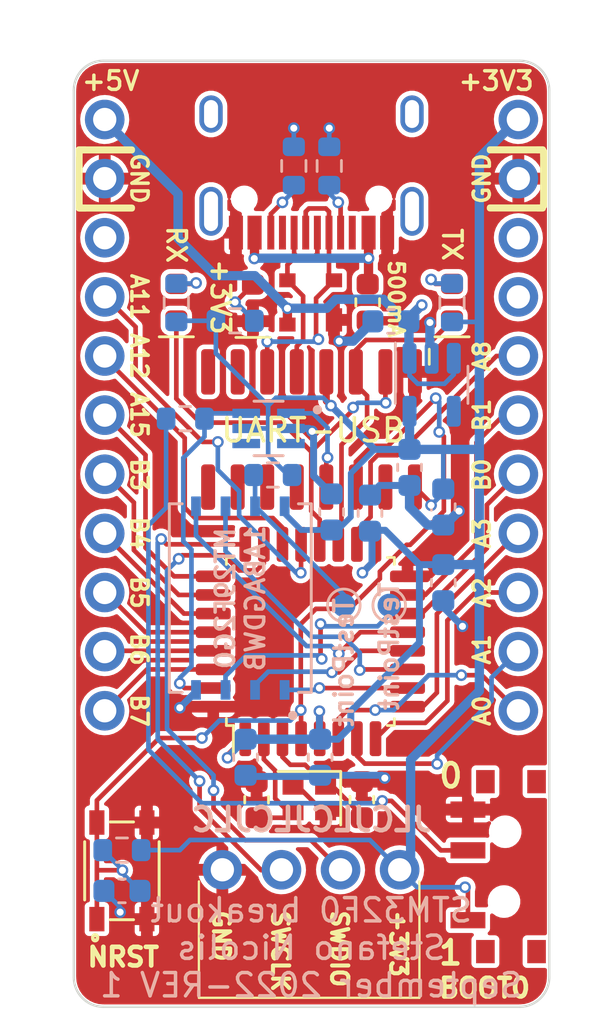
<source format=kicad_pcb>
(kicad_pcb (version 20211014) (generator pcbnew)
  (title_block (title "STM32F0 dev board") (rev "1"))
  (layers (0 "F.Cu" signal) (31 "B.Cu" signal) (34 "B.Paste" user) (35 "F.Paste" user) (36 "B.SilkS" user "B.Silkscreen") (37 "F.SilkS" user "F.Silkscreen") (38 "B.Mask" user) (39 "F.Mask" user) (44 "Edge.Cuts" user))
  (net 0 "")
  (net 1 "/D-")
  (net 2 "/PF0")
  (net 3 "/PF1")
  (net 4 "/D+")
  (net 5 "Net-(D1-Pad2)")
  (net 6 "/VBUS")
  (net 7 "Net-(J1-PadA5)")
  (net 9 "Net-(J1-PadB5)")
  (net 13 "GND")
  (net 14 "+5V")
  (net 15 "/PA13{slash}SWDIO")
  (net 16 "+3V3")
  (net 27 "/BOOT0")
  (net 28 "Net-(R4-Pad1)")
  (net 29 "/HOLD")
  (net 30 "/NRST")
  (net 31 "/PA0")
  (net 32 "/PA1")
  (net 33 "/PA2")
  (net 34 "/PA3")
  (net 35 "/SCK")
  (net 36 "/MISO")
  (net 37 "/MOSI")
  (net 38 "/PB0")
  (net 39 "/PB1")
  (net 40 "/PA8")
  (net 41 "/TX")
  (net 42 "/RX")
  (net 43 "/PA11")
  (net 44 "/PA12")
  (net 45 "/PA15")
  (net 46 "/PB3")
  (net 47 "/PB4")
  (net 48 "/PB5")
  (net 49 "/PB6")
  (net 50 "/PB7")
  (net 51 "Net-(U3-Pad1)")
  (net 52 "/NAND_CS")
  (net 53 "/WP")
  (net 56 "/PA14{slash}SWDCLK")
  (net 57 "Net-(D3-Pad2)")
  (net 58 "Net-(D4-Pad2)")
  (footprint "Crystal:Crystal_SMD_2016-4Pin_2.0x1.6mm" (layer "F.Cu") (at 154.3735 121.217334 180)
    (fp_text reference "Y1" hide)
    (fp_text value "16MHz")
  )
  (footprint "Package_QFP:LQFP-32_7x7mm_P0.8mm" (layer "F.Cu") (at 154.419 114.488 90)
    (fp_text reference "U1" hide)
    (fp_text value "STM32F030K6Tx")
  )
  (footprint "Connector_PinHeader_2.54mm:PinHeader_1x04_P2.54mm_Vertical" (layer "F.Cu") (at 158.256 124.2945 -90)
    (fp_text reference "J3" hide)
    (fp_text value "SWD_header")
  )
  (footprint "LED_SMD:LED_0603_1608Metric" (layer "F.Cu") (at 151.952 99.9395 90)
    (fp_text reference "D1" hide)
    (fp_text value "GREEN")
  )
  (footprint "Connector_USB:USB_C_Receptacle_HRO_TYPE-C-31-M-12" (layer "F.Cu") (at 154.469 92.877 180)
    (fp_text reference "J1" hide)
    (fp_text value "USB_C_Receptacle_USB2.0")
  )
  (footprint "Package_TO_SOT_SMD:SOT-143" (layer "F.Cu") (at 154.432 99.922 180)
    (fp_text reference "D2" hide)
    (fp_text value "PRTR5V0U2X")
  )
  (footprint "SSSS811101 :SSSS811101" (layer "F.Cu") (at 162.842 124.0595 90)
    (fp_text reference "SW2" hide)
    (fp_text value "SW_SPDT")
  )
  (footprint "Capacitor_SMD:C_0603_1608Metric" (layer "F.Cu") (at 152.107 121.2845 90)
    (fp_text reference "C2" hide)
    (fp_text value "22p")
  )
  (footprint "LED_SMD:LED_0603_1608Metric" (layer "F.Cu") (at 160.507 99.913191 90)
    (fp_text reference "D3" hide)
    (fp_text value "RED")
  )
  (footprint "Package_SO:SOIC-16_3.9x9.9mm_P1.27mm" (layer "F.Cu") (at 154.469 105.3796 -90)
    (fp_text reference "U4" hide)
    (fp_text value "CH340C")
  )
  (footprint "Connector_PinHeader_2.54mm:PinHeader_1x11_P2.54mm_Vertical" (layer "F.Cu") (at 145.579 92.063)
    (fp_text reference "J2" hide)
    (fp_text value "left_bank")
  )
  (footprint "Capacitor_SMD:C_0603_1608Metric" (layer "F.Cu") (at 156.632 121.2845 90)
    (fp_text reference "C3" hide)
    (fp_text value "22p")
  )
  (footprint "LED_SMD:LED_0603_1608Metric" (layer "F.Cu") (at 148.657 99.913191 90)
    (fp_text reference "D4" hide)
    (fp_text value "RED")
  )
  (footprint "Connector_PinHeader_2.54mm:PinHeader_1x11_P2.54mm_Vertical" (layer "F.Cu") (at 163.359 92.063)
    (fp_text reference "J4" hide)
    (fp_text value "right_bank")
  )
  (footprint "SKRPACE010:SW_SKRPACE010" (layer "F.Cu") (at 146.317 124.3395 90)
    (fp_text reference "SW1" hide)
    (fp_text value "SW_Push_Open_Dual")
  )
  (footprint "Fuse:Fuse_0603_1608Metric" (layer "F.Cu") (at 156.882 99.922 -90)
    (fp_text reference "F1" hide)
    (fp_text value "500mA")
  )
  (footprint "Capacitor_SMD:C_0603_1608Metric" (layer "B.Cu") (at 160.132 108.7095 -90)
    (fp_text reference "C1" hide)
    (fp_text value "100n")
  )
  (footprint "Resistor_SMD:R_0603_1608Metric" (layer "B.Cu") (at 160.507 99.933191 90)
    (fp_text reference "R7" hide)
    (fp_text value "3k3")
  )
  (footprint "Capacitor_SMD:C_0603_1608Metric" (layer "B.Cu") (at 158.682 107.0095 -90)
    (fp_text reference "C5" hide)
    (fp_text value "1u")
  )
  (footprint "Resistor_SMD:R_0603_1608Metric" (layer "B.Cu") (at 148.657 99.933191 90)
    (fp_text reference "R8" hide)
    (fp_text value "3k3")
  )
  (footprint "Capacitor_SMD:C_0603_1608Metric" (layer "B.Cu") (at 160.132 111.9595 -90)
    (fp_text reference "C7" hide)
    (fp_text value "10u")
  )
  (footprint "MT29F2G01ABAGDWB:SON127P600X800X65-8N" (layer "B.Cu") (at 151.407 112.6215 90)
    (fp_text reference "U5" hide)
    (fp_text value "MT29F2G01ABAGDWB")
  )
  (footprint "Resistor_SMD:R_0603_1608Metric" (layer "B.Cu") (at 149.042 104.9145)
    (fp_text reference "R4" hide)
    (fp_text value "10k")
  )
  (footprint "Capacitor_SMD:C_0603_1608Metric" (layer "B.Cu") (at 154.8384 119.4595 -90)
    (fp_text reference "C9" hide)
    (fp_text value "100n")
  )
  (footprint "Resistor_SMD:R_0603_1608Metric" (layer "B.Cu") (at 155.231 94.059 90)
    (fp_text reference "R2" hide)
    (fp_text value "5k1")
  )
  (footprint "Capacitor_SMD:C_0603_1608Metric" (layer "B.Cu") (at 156.982 108.972 90)
    (fp_text reference "C10" hide)
    (fp_text value "100n")
  )
  (footprint "Package_TO_SOT_SMD:SOT-23-5" (layer "B.Cu") (at 159.632 103.4595 -90)
    (fp_text reference "U2" hide)
    (fp_text value "AP2112K-3.3")
  )
  (footprint "Resistor_SMD:R_0603_1608Metric" (layer "B.Cu") (at 153.707 94.059 -90)
    (fp_text reference "R3" hide)
    (fp_text value "5k1")
  )
  (footprint "TestPoint:TestPoint_Pad_D1.0mm" (layer "B.Cu") (at 155.857 112.9345)
    (fp_text reference "TP1" hide)
    (fp_text value "TestPoint")
  )
  (footprint "Capacitor_SMD:C_0603_1608Metric" (layer "B.Cu") (at 155.332 108.922 90)
    (fp_text reference "C6" hide)
    (fp_text value "100n")
  )
  (footprint "Capacitor_SMD:C_0603_1608Metric" (layer "B.Cu") (at 151.632 119.4595 -90)
    (fp_text reference "C8" hide)
    (fp_text value "100n")
  )
  (footprint "TestPoint:TestPoint_Pad_D1.0mm" (layer "B.Cu") (at 157.807 112.9345 180)
    (fp_text reference "TP2" hide)
    (fp_text value "TestPoint")
  )
  (footprint "Resistor_SMD:R_0603_1608Metric" (layer "B.Cu") (at 152.807 107.3345 180)
    (fp_text reference "R5" hide)
    (fp_text value "1k")
  )
  (footprint "Resistor_SMD:R_0603_1608Metric" (layer "B.Cu") (at 151.182 100.7095)
    (fp_text reference "R1" hide)
    (fp_text value "3k3")
  )
  (footprint "Capacitor_SMD:C_0603_1608Metric" (layer "B.Cu") (at 157.882 100.7345 180)
    (fp_text reference "C4" hide)
    (fp_text value "1u")
  )
  (footprint "SN74LVC2G04DCKR:SOT65P210X110-6N" (layer "B.Cu") (at 152.622 105.3345 180)
    (fp_text reference "U3" hide)
    (fp_text value "SN74LVC2G04DCKR")
  )
  (footprint "Resistor_SMD:R_0603_1608Metric" (layer "B.Cu") (at 146.32 123.450164 180)
    (fp_text reference "R6" hide)
    (fp_text value "22k")
  )
  (footprint "Capacitor_SMD:C_0603_1608Metric" (layer "B.Cu") (at 146.32 125.200164 180)
    (fp_text reference "C11" hide)
    (fp_text value "1u")
  )
  (gr_line (start 149.627 129.793833) (end 159.106 129.793833) (layer "F.SilkS") (width 0.1))
  (gr_line (start 159.106 124.7945) (end 159.106 129.793833) (layer "F.SilkS") (width 0.1))
  (gr_line (start 149.627 124.7945) (end 149.627 129.793833) (layer "F.SilkS") (width 0.1))
  (gr_line (start 144.251 90.8095) (end 144.251 128.9095) (layer "Edge.Cuts") (width 0.1))
  (gr_arc (start 144.251 90.8095) (mid 144.622986 89.911486) (end 145.521 89.5395) (layer "Edge.Cuts") (width 0.1))
  (gr_line (start 164.687 128.9095) (end 164.687 90.8095) (layer "Edge.Cuts") (width 0.1))
  (gr_arc (start 164.687 128.9095) (mid 164.315026 129.807526) (end 163.417 130.1795) (layer "Edge.Cuts") (width 0.1))
  (gr_line (start 163.417 89.5395) (end 145.521 89.5395) (layer "Edge.Cuts") (width 0.1))
  (gr_line (start 163.417 130.1795) (end 145.521 130.1795) (layer "Edge.Cuts") (width 0.1))
  (gr_arc (start 145.521 130.1795) (mid 144.622974 129.807526) (end 144.251 128.9095) (layer "Edge.Cuts") (width 0.1))
  (gr_arc (start 163.417 89.5395) (mid 164.315026 89.911474) (end 164.687 90.8095) (layer "Edge.Cuts") (width 0.1))
  (gr_text "STM32F0 breakout\nStefano Nicolis\nSeptember 2022-REV 1" (at 154.456 127.6445) (layer "B.SilkS") (effects (font (size 1 1)) (justify mirror)))
  (gr_text "MT29F2G0\n1ABAGDWB" (at 151.407 112.6345 90) (layer "B.SilkS") (effects (font (size 0.8 0.8)) (justify mirror)))
  (gr_text "JLCJLCJLCJLC" (at 154.456 122.1395) (layer "B.SilkS") (effects (font (size 1 1) (thickness 0.2)) (justify mirror)))
  (gr_text "B3" (at 147.063 107.323 270) (layer "F.SilkS") (effects (font (size 0.7 0.7))))
  (gr_text "+3V3" (at 150.557 99.6845 270) (layer "F.SilkS") (effects (font (size 0.8 0.8))))
  (gr_text "BOOT0" (at 161.907 129.3745) (layer "F.SilkS") (effects (font (size 0.8 0.8) (thickness 0.2))))
  (gr_text "A12" (at 147.063 102.223 270) (layer "F.SilkS") (effects (font (size 0.7 0.7))))
  (gr_text "0" (at 160.457 120.2595) (layer "F.SilkS") (effects (font (size 1 1) (thickness 0.2)) (justify mirror)))
  (gr_text "500mA" (at 158.107 99.7704 270) (layer "F.SilkS") (effects (font (size 0.65 0.65))))
  (gr_text "GND" (at 147.063 94.598 270) (layer "F.SilkS") (effects (font (size 0.7 0.7))))
  (gr_text "B1" (at 161.795 104.763 90) (layer "F.SilkS") (effects (font (size 0.7 0.7))))
  (gr_text "+3V3" (at 158.206 127.472834 270) (layer "F.SilkS") (effects (font (size 0.7 0.7) (thickness 0.175))))
  (gr_text "B4" (at 147.063 109.833 270) (layer "F.SilkS") (effects (font (size 0.7 0.7))))
  (gr_text "B6" (at 147.063 114.823 270) (layer "F.SilkS") (effects (font (size 0.7 0.7))))
  (gr_text "A8" (at 161.795 102.228 90) (layer "F.SilkS") (effects (font (size 0.7 0.7))))
  (gr_text "A15" (at 147.063 104.758 270) (layer "F.SilkS") (effects (font (size 0.7 0.7))))
  (gr_text "A2" (at 161.795 112.383 90) (layer "F.SilkS") (effects (font (size 0.7 0.7))))
  (gr_text "TX" (at 160.507 97.4345 270) (layer "F.SilkS") (effects (font (size 0.8 0.8))))
  (gr_text "A0" (at 161.795 117.463 90) (layer "F.SilkS") (effects (font (size 0.7 0.7))))
  (gr_text "A11" (at 147.063 99.678 270) (layer "F.SilkS") (effects (font (size 0.7 0.7))))
  (gr_text "+3V3" (at 162.407 90.407) (layer "F.SilkS") (effects (font (size 0.8 0.8))))
  (gr_text "+5V" (at 145.837 90.4045) (layer "F.SilkS") (effects (font (size 0.8 0.8))))
  (gr_text "RX" (at 148.657 97.4345 270) (layer "F.SilkS") (effects (font (size 0.8 0.8))))
  (gr_text "A3" (at 161.795 109.838 90) (layer "F.SilkS") (effects (font (size 0.7 0.7))))
  (gr_text "SWCLK" (at 153.126 127.7895 270) (layer "F.SilkS") (effects (font (size 0.7 0.7) (thickness 0.175))))
  (gr_text "UART-USB" (at 154.547 105.4145) (layer "F.SilkS") (effects (font (size 1 1))))
  (gr_text "SWDIO" (at 155.666 127.6895 270) (layer "F.SilkS") (effects (font (size 0.7 0.7) (thickness 0.175))))
  (gr_text "A1" (at 161.795 114.828 90) (layer "F.SilkS") (effects (font (size 0.7 0.7))))
  (gr_text "B0" (at 161.795 107.328 90) (layer "F.SilkS") (effects (font (size 0.7 0.7))))
  (gr_text "B5" (at 147.063 112.378 270) (layer "F.SilkS") (effects (font (size 0.7 0.7))))
  (gr_text "GND" (at 150.586 127.1395 270) (layer "F.SilkS") (effects (font (size 0.7 0.7) (thickness 0.175))))
  (gr_text "GND" (at 161.795 94.603 90) (layer "F.SilkS") (effects (font (size 0.7 0.7))))
  (gr_text "1" (at 160.447 127.8645) (layer "F.SilkS") (effects (font (size 1 1) (thickness 0.2))))
  (gr_text "NRST" (at 146.377 128.0445) (layer "F.SilkS") (effects (font (size 0.8 0.8) (thickness 0.2))))
  (gr_text "B7" (at 147.063 117.458 270) (layer "F.SilkS") (effects (font (size 0.7 0.7))))
  (segment (start 154.664 99.74) (end 155.432 98.972) (width 0.2) (layer "F.Cu") (net 1))
  (segment (start 154.219 96.022) (end 154.219 96.922) (width 0.2) (layer "F.Cu") (net 1))
  (segment (start 154.3565 95.8845) (end 154.219 96.022) (width 0.2) (layer "F.Cu") (net 1))
  (segment (start 155.0815 95.8845) (end 154.3565 95.8845) (width 0.2) (layer "F.Cu") (net 1))
  (segment (start 155.219 96.022) (end 155.0815 95.8845) (width 0.2) (layer "F.Cu") (net 1))
  (segment (start 155.219 98.759) (end 155.432 98.972) (width 0.2) (layer "F.Cu") (net 1))
  (segment (start 154.764 101.5046) (end 154.664 101.4046) (width 0.2) (layer "F.Cu") (net 1))
  (segment (start 154.664 101.4046) (end 154.664 99.74) (width 0.2) (layer "F.Cu") (net 1))
  (segment (start 155.219 96.922) (end 155.219 98.759) (width 0.2) (layer "F.Cu") (net 1))
  (segment (start 155.219 96.922) (end 155.219 96.022) (width 0.2) (layer "F.Cu") (net 1))
  (segment (start 152.564 102.9046) (end 152.564 101.6046) (width 0.2) (layer "F.Cu") (net 1))
  (via (at 152.564 101.6046) (size 0.5) (drill 0.3) (layers "F.Cu" "B.Cu") (net 1))
  (via (at 154.764 101.5046) (size 0.5) (drill 0.3) (layers "F.Cu" "B.Cu") (net 1))
  (segment (start 154.664 101.6046) (end 154.764 101.5046) (width 0.2) (layer "B.Cu") (net 1))
  (segment (start 152.564 101.6046) (end 154.664 101.6046) (width 0.2) (layer "B.Cu") (net 1))
  (segment (start 152.907 120.0345) (end 152.907 121.2345) (width 0.2) (layer "F.Cu") (net 2))
  (segment (start 153.439834 121.767334) (end 153.6735 121.767334) (width 0.2) (layer "F.Cu") (net 2))
  (segment (start 152.419 118.663) (end 152.419 119.5465) (width 0.2) (layer "F.Cu") (net 2))
  (segment (start 152.107 122.0595) (end 153.381334 122.0595) (width 0.2) (layer "F.Cu") (net 2))
  (segment (start 152.419 119.5465) (end 152.907 120.0345) (width 0.2) (layer "F.Cu") (net 2))
  (segment (start 152.907 121.2345) (end 153.439834 121.767334) (width 0.2) (layer "F.Cu") (net 2))
  (segment (start 153.381334 122.0595) (end 153.6735 121.767334) (width 0.2) (layer "F.Cu") (net 2))
  (segment (start 153.557 119.7845) (end 154.190666 119.7845) (width 0.2) (layer "F.Cu") (net 3))
  (segment (start 153.219 118.663) (end 153.219 119.4465) (width 0.2) (layer "F.Cu") (net 3))
  (segment (start 154.190666 119.7845) (end 155.0735 120.667334) (width 0.2) (layer "F.Cu") (net 3))
  (segment (start 153.219 119.4465) (end 153.557 119.7845) (width 0.2) (layer "F.Cu") (net 3))
  (segment (start 156.632 121.9595) (end 155.339834 120.667334) (width 0.2) (layer "F.Cu") (net 3))
  (segment (start 155.339834 120.667334) (end 155.0735 120.667334) (width 0.2) (layer "F.Cu") (net 3))
  (segment (start 156.632 122.0595) (end 156.632 121.9595) (width 0.2) (layer "F.Cu") (net 3))
  (segment (start 153.432 98.309) (end 153.819 97.922) (width 0.2) (layer "F.Cu") (net 4))
  (segment (start 153.719 96.922) (end 153.719 97.822) (width 0.2) (layer "F.Cu") (net 4))
  (segment (start 154.719 97.822) (end 154.719 96.922) (width 0.2) (layer "F.Cu") (net 4))
  (segment (start 154.107 101.534) (end 154.107 99.647) (width 0.2) (layer "F.Cu") (net 4))
  (segment (start 154.5565 97.9845) (end 154.719 97.822) (width 0.2) (layer "F.Cu") (net 4))
  (segment (start 154.107 99.647) (end 153.432 98.972) (width 0.2) (layer "F.Cu") (net 4))
  (segment (start 153.719 97.822) (end 153.819 97.922) (width 0.2) (layer "F.Cu") (net 4))
  (segment (start 153.819 97.922) (end 153.8815 97.9845) (width 0.2) (layer "F.Cu") (net 4))
  (segment (start 153.834 102.9046) (end 153.834 101.807) (width 0.2) (layer "F.Cu") (net 4))
  (segment (start 153.834 101.807) (end 154.107 101.534) (width 0.2) (layer "F.Cu") (net 4))
  (segment (start 153.8815 97.9845) (end 154.5565 97.9845) (width 0.2) (layer "F.Cu") (net 4))
  (segment (start 153.432 98.972) (end 153.432 98.309) (width 0.2) (layer "F.Cu") (net 4))
  (segment (start 151.952 99.152) (end 151.1945 99.9095) (width 0.2) (layer "F.Cu") (net 5))
  (segment (start 151.1945 99.9095) (end 151.182 99.9095) (width 0.2) (layer "F.Cu") (net 5))
  (via (at 151.182 99.9095) (size 0.5) (drill 0.3) (layers "F.Cu" "B.Cu") (net 5))
  (segment (start 151.207 99.9095) (end 152.007 100.7095) (width 0.2) (layer "B.Cu") (net 5))
  (segment (start 151.182 99.9095) (end 151.207 99.9095) (width 0.2) (layer "B.Cu") (net 5))
  (segment (start 156.919 99.0975) (end 156.882 99.1345) (width 0.4) (layer "F.Cu") (net 6))
  (segment (start 152.019 96.922) (end 152.019 98.0225) (width 0.4) (layer "F.Cu") (net 6))
  (segment (start 156.919 98.022) (end 156.919 99.0975) (width 0.4) (layer "F.Cu") (net 6))
  (segment (start 152.019 98.0225) (end 152.007 98.0345) (width 0.4) (layer "F.Cu") (net 6))
  (segment (start 156.919 96.922) (end 156.919 98.022) (width 0.4) (layer "F.Cu") (net 6))
  (via (at 156.919 98.022) (size 0.5) (drill 0.3) (layers "F.Cu" "B.Cu") (net 6))
  (via (at 152.007 98.0345) (size 0.5) (drill 0.3) (layers "F.Cu" "B.Cu") (net 6))
  (segment (start 152.0195 98.022) (end 152.007 98.0345) (width 0.4) (layer "B.Cu") (net 6))
  (segment (start 156.919 98.022) (end 152.0195 98.022) (width 0.4) (layer "B.Cu") (net 6))
  (segment (start 155.719 95.722) (end 155.719 96.922) (width 0.2) (layer "F.Cu") (net 7))
  (segment (start 155.619 95.622) (end 155.719 95.722) (width 0.2) (layer "F.Cu") (net 7))
  (via (at 155.619 95.622) (size 0.5) (drill 0.3) (layers "F.Cu" "B.Cu") (net 7))
  (segment (start 155.619 95.622) (end 155.231 95.234) (width 0.2) (layer "B.Cu") (net 7))
  (segment (start 155.231 95.234) (end 155.231 94.884) (width 0.2) (layer "B.Cu") (net 7))
  (segment (start 153.219 95.622) (end 152.719 96.122) (width 0.2) (layer "F.Cu") (net 9))
  (segment (start 152.719 96.122) (end 152.719 96.922) (width 0.2) (layer "F.Cu") (net 9))
  (via (at 153.219 95.622) (size 0.5) (drill 0.3) (layers "F.Cu" "B.Cu") (net 9))
  (segment (start 153.707 95.134) (end 153.707 94.884) (width 0.2) (layer "B.Cu") (net 9))
  (segment (start 153.219 95.622) (end 153.707 95.134) (width 0.2) (layer "B.Cu") (net 9))
  (segment (start 153.839834 120.667334) (end 154.939834 121.767334) (width 0.2) (layer "F.Cu") (net 13))
  (segment (start 154.939834 121.767334) (end 155.0735 121.767334) (width 0.2) (layer "F.Cu") (net 13))
  (segment (start 153.6735 120.667334) (end 153.839834 120.667334) (width 0.2) (layer "F.Cu") (net 13))
  (via (at 155.657 101.5845) (size 0.5) (drill 0.3) (layers "F.Cu" "B.Cu") (net 13))
  (via (at 160.957 113.8345) (size 0.5) (drill 0.3) (layers "F.Cu" "B.Cu") (net 13))
  (via (at 155.231 92.434) (size 0.5) (drill 0.3) (layers "F.Cu" "B.Cu") (net 13))
  (via (at 146.242 126.1145) (size 0.5) (drill 0.3) (layers "F.Cu" "B.Cu") (net 13))
  (via (at 160.807 108.8845) (size 0.5) (drill 0.3) (layers "F.Cu" "B.Cu") (net 13))
  (via (at 157.617 120.3545) (size 0.5) (drill 0.3) (layers "F.Cu" "B.Cu") (net 13))
  (via (at 154.492 105.4595) (size 0.5) (drill 0.3) (layers "F.Cu" "B.Cu") (net 13))
  (via (at 148.807 117.3345) (size 0.5) (drill 0.3) (layers "F.Cu" "B.Cu") (net 13))
  (via (at 153.707 92.434) (size 0.5) (drill 0.3) (layers "F.Cu" "B.Cu") (net 13))
  (via (at 159.557 100.7845) (size 0.5) (drill 0.3) (layers "F.Cu" "B.Cu") (net 13))
  (segment (start 160.207 109.4845) (end 160.132 109.4845) (width 0.4) (layer "B.Cu") (net 13))
  (segment (start 160.957 113.8345) (end 160.132 113.0095) (width 0.3) (layer "B.Cu") (net 13))
  (segment (start 156.982 108.197) (end 157.3945 107.7845) (width 0.3) (layer "B.Cu") (net 13))
  (segment (start 146.242 125.897164) (end 145.545 125.200164) (width 0.2) (layer "B.Cu") (net 13))
  (segment (start 151.682 120.2845) (end 154.7884 120.2845) (width 0.3) (layer "B.Cu") (net 13))
  (segment (start 160.132 113.0095) (end 160.132 112.7345) (width 0.3) (layer "B.Cu") (net 13))
  (segment (start 157.3945 107.7845) (end 158.682 107.7845) (width 0.3) (layer "B.Cu") (net 13))
  (segment (start 153.582 105.3345) (end 154.367 105.3345) (width 0.3) (layer "B.Cu") (net 13))
  (segment (start 146.242 126.1145) (end 146.242 125.897164) (width 0.2) (layer "B.Cu") (net 13))
  (segment (start 155.231 93.234) (end 155.231 92.434) (width 0.2) (layer "B.Cu") (net 13))
  (segment (start 155.657 101.5845) (end 156.257 101.5845) (width 0.4) (layer "B.Cu") (net 13))
  (segment (start 153.707 93.234) (end 153.707 92.434) (width 0.2) (layer "B.Cu") (net 13))
  (segment (start 159.632 101.8095) (end 159.632 102.322) (width 0.4) (layer "B.Cu") (net 13))
  (segment (start 151.632 120.2345) (end 151.682 120.2845) (width 0.3) (layer "B.Cu") (net 13))
  (segment (start 154.7884 120.2845) (end 154.8384 120.2345) (width 0.3) (layer "B.Cu") (net 13))
  (segment (start 156.257 101.5845) (end 157.107 100.7345) (width 0.4) (layer "B.Cu") (net 13))
  (segment (start 159.557 100.7845) (end 159.557 101.7345) (width 0.4) (layer "B.Cu") (net 13))
  (segment (start 154.557 107.372) (end 155.332 108.147) (width 0.3) (layer "B.Cu") (net 13))
  (segment (start 154.557 105.5245) (end 154.557 107.372) (width 0.3) (layer "B.Cu") (net 13))
  (segment (start 154.367 105.3345) (end 154.492 105.4595) (width 0.3) (layer "B.Cu") (net 13))
  (segment (start 160.807 108.8845) (end 160.207 109.4845) (width 0.4) (layer "B.Cu") (net 13))
  (segment (start 158.682 108.7095) (end 158.682 107.7845) (width 0.4) (layer "B.Cu") (net 13))
  (segment (start 149.502 116.6395) (end 148.807 117.3345) (width 0.3) (layer "B.Cu") (net 13))
  (segment (start 159.457 109.4845) (end 158.682 108.7095) (width 0.4) (layer "B.Cu") (net 13))
  (segment (start 157.617 120.3545) (end 157.497 120.2345) (width 0.3) (layer "B.Cu") (net 13))
  (segment (start 159.557 101.7345) (end 159.632 101.8095) (width 0.4) (layer "B.Cu") (net 13))
  (segment (start 149.502 116.5665) (end 149.502 116.6395) (width 0.3) (layer "B.Cu") (net 13))
  (segment (start 157.497 120.2345) (end 154.8384 120.2345) (width 0.3) (layer "B.Cu") (net 13))
  (segment (start 160.132 109.4845) (end 159.457 109.4845) (width 0.4) (layer "B.Cu") (net 13))
  (segment (start 154.492 105.4595) (end 154.557 105.5245) (width 0.3) (layer "B.Cu") (net 13))
  (segment (start 159.207 100.0345) (end 158.532 100.7095) (width 0.4) (layer "F.Cu") (net 14))
  (segment (start 158.532 100.7095) (end 156.882 100.7095) (width 0.4) (layer "F.Cu") (net 14))
  (segment (start 153.432 100.872) (end 153.432 100.172) (width 0.4) (layer "F.Cu") (net 14))
  (via (at 153.432 100.172) (size 0.5) (drill 0.3) (layers "F.Cu" "B.Cu") (net 14))
  (via (at 159.207 100.0345) (size 0.5) (drill 0.3) (layers "F.Cu" "B.Cu") (net 14))
  (segment (start 155.1195 100.172) (end 155.507 99.7845) (width 0.4) (layer "B.Cu") (net 14))
  (segment (start 158.657 100.5845) (end 158.657 100.7345) (width 0.4) (layer "B.Cu") (net 14))
  (segment (start 150.332 98.772) (end 148.732 97.172) (width 0.4) (layer "B.Cu") (net 14))
  (segment (start 148.732 95.256) (end 145.539 92.063) (width 0.4) (layer "B.Cu") (net 14))
  (segment (start 160.582 102.322) (end 160.582 103.016) (width 0.2) (layer "B.Cu") (net 14))
  (segment (start 158.682 103.066) (end 158.682 102.322) (width 0.2) (layer "B.Cu") (net 14))
  (segment (start 158.507 100.7345) (end 158.657 100.7345) (width 0.4) (layer "B.Cu") (net 14))
  (segment (start 159.207 100.0345) (end 158.657 100.5845) (width 0.4) (layer "B.Cu") (net 14))
  (segment (start 153.432 100.172) (end 152.032 98.772) (width 0.4) (layer "B.Cu") (net 14))
  (segment (start 157.557 99.7845) (end 158.507 100.7345) (width 0.4) (layer "B.Cu") (net 14))
  (segment (start 160.582 103.016) (end 160.182 103.416) (width 0.2) (layer "B.Cu") (net 14))
  (segment (start 155.507 99.7845) (end 157.557 99.7845) (width 0.4) (layer "B.Cu") (net 14))
  (segment (start 158.657 100.7345) (end 158.657 102.297) (width 0.4) (layer "B.Cu") (net 14))
  (segment (start 158.657 102.297) (end 158.682 102.322) (width 0.4) (layer "B.Cu") (net 14))
  (segment (start 160.182 103.416) (end 159.032 103.416) (width 0.2) (layer "B.Cu") (net 14))
  (segment (start 159.032 103.416) (end 158.682 103.066) (width 0.2) (layer "B.Cu") (net 14))
  (segment (start 148.732 97.172) (end 148.732 95.256) (width 0.4) (layer "B.Cu") (net 14))
  (segment (start 153.432 100.172) (end 155.1195 100.172) (width 0.4) (layer "B.Cu") (net 14))
  (segment (start 152.032 98.772) (end 150.332 98.772) (width 0.4) (layer "B.Cu") (net 14))
  (segment (start 152.107 111.4345) (end 152.419 111.1225) (width 0.2) (layer "F.Cu") (net 15))
  (segment (start 148.757 110.9345) (end 148.907 110.7845) (width 0.2) (layer "F.Cu") (net 15))
  (segment (start 150.257 120.8845) (end 150.257 121.6645) (width 0.2) (layer "F.Cu") (net 15))
  (segment (start 151.617 123.0245) (end 154.446 123.0245) (width 0.2) (layer "F.Cu") (net 15))
  (segment (start 150.707 110.7845) (end 151.357 111.4345) (width 0.2) (layer "F.Cu") (net 15))
  (segment (start 148.907 110.7845) (end 150.707 110.7845) (width 0.2) (layer "F.Cu") (net 15))
  (segment (start 150.257 121.6645) (end 151.617 123.0245) (width 0.2) (layer "F.Cu") (net 15))
  (segment (start 152.419 111.1225) (end 152.419 110.313) (width 0.2) (layer "F.Cu") (net 15))
  (segment (start 151.357 111.4345) (end 152.107 111.4345) (width 0.2) (layer "F.Cu") (net 15))
  (segment (start 154.446 123.0245) (end 155.716 124.2945) (width 0.2) (layer "F.Cu") (net 15))
  (via (at 150.257 120.8845) (size 0.5) (drill 0.3) (layers "F.Cu" "B.Cu") (net 15))
  (via (at 148.757 110.9345) (size 0.5) (drill 0.3) (layers "F.Cu" "B.Cu") (net 15))
  (segment (start 148.257 111.4345) (end 148.257 118.2345) (width 0.2) (layer "B.Cu") (net 15))
  (segment (start 148.257 118.2345) (end 150.257 120.2345) (width 0.2) (layer "B.Cu") (net 15))
  (segment (start 148.757 110.9345) (end 148.257 111.4345) (width 0.2) (layer "B.Cu") (net 15))
  (segment (start 150.257 120.2345) (end 150.257 120.8845) (width 0.2) (layer "B.Cu") (net 15))
  (segment (start 159.607 108.5476) (end 158.914 107.8546) (width 0.2) (layer "F.Cu") (net 16))
  (segment (start 161.067 125.0445) (end 161.192 125.1695) (width 0.2) (layer "F.Cu") (net 16))
  (segment (start 155.104 104.1546) (end 155.304 104.3546) (width 0.3) (layer "F.Cu") (net 16))
  (segment (start 161.192 125.1695) (end 161.192 126.4595) (width 0.2) (layer "F.Cu") (net 16))
  (segment (start 156.657 111.5345) (end 157.219 110.9725) (width 0.3) (layer "F.Cu") (net 16))
  (segment (start 150.857 119.4845) (end 150.857 119.425) (width 0.3) (layer "F.Cu") (net 16))
  (segment (start 150.857 119.425) (end 151.619 118.663) (width 0.3) (layer "F.Cu") (net 16))
  (segment (start 159.607 108.6345) (end 159.607 108.5476) (width 0.2) (layer "F.Cu") (net 16))
  (segment (start 157.219 110.9725) (end 157.219 110.313) (width 0.3) (layer "F.Cu") (net 16))
  (segment (start 155.104 102.9046) (end 155.104 104.1546) (width 0.3) (layer "F.Cu") (net 16))
  (segment (start 154.819 117.4965) (end 154.807 117.4845) (width 0.3) (layer "F.Cu") (net 16))
  (segment (start 154.819 118.663) (end 154.819 117.4965) (width 0.3) (layer "F.Cu") (net 16))
  (via (at 155.304 104.3546) (size 0.5) (drill 0.3) (layers "F.Cu" "B.Cu") (net 16))
  (via (at 150.857 119.4845) (size 0.5) (drill 0.3) (layers "F.Cu" "B.Cu") (net 16))
  (via (at 161.067 125.0445) (size 0.5) (drill 0.3) (layers "F.Cu" "B.Cu") (net 16))
  (via (at 159.607 108.6345) (size 0.5) (drill 0.3) (layers "F.Cu" "B.Cu") (net 16))
  (via (at 156.657 111.5345) (size 0.5) (drill 0.3) (layers "F.Cu" "B.Cu") (net 16))
  (via (at 154.807 117.4845) (size 0.5) (drill 0.3) (layers "F.Cu" "B.Cu") (net 16))
  (segment (start 156.657 111.5345) (end 157.069 111.1225) (width 0.3) (layer "B.Cu") (net 16))
  (segment (start 152.9426 104.016) (end 154.9654 104.016) (width 0.2) (layer "B.Cu") (net 16))
  (segment (start 153.632 107.3345) (end 153.457 107.3345) (width 0.2) (layer "B.Cu") (net 16))
  (segment (start 148.657 100.758191) (end 148.705691 100.7095) (width 0.2) (layer "B.Cu") (net 16))
  (segment (start 156.976 123.0145) (end 149.242 123.0145) (width 0.2) (layer "B.Cu") (net 16))
  (segment (start 153.312 108.9895) (end 154.0195 109.697) (width 0.25) (layer "B.Cu") (net 16))
  (segment (start 153.312 108.6765) (end 153.312 108.9895) (width 0.25) (layer "B.Cu") (net 16))
  (segment (start 160.507 100.758191) (end 161.630691 100.758191) (width 0.2) (layer "B.Cu") (net 16))
  (segment (start 149.242 123.0145) (end 148.806336 123.450164) (width 0.2) (layer "B.Cu") (net 16))
  (segment (start 152.604 106.4815) (end 152.604 104.3546) (width 0.2) (layer "B.Cu") (net 16))
  (segment (start 154.0195 109.697) (end 155.332 109.697) (width 0.25) (layer "B.Cu") (net 16))
  (segment (start 158.727 123.8235) (end 158.727 119.5645) (width 0.4) (layer "B.Cu") (net 16))
  (segment (start 155.304 104.3546) (end 157.1839 106.2345) (width 0.3) (layer "B.Cu") (net 16))
  (segment (start 156.157 109.1345) (end 156.157 107.2614) (width 0.25) (layer "B.Cu") (net 16))
  (segment (start 159.107 111.1845) (end 160.132 111.1845) (width 0.3) (layer "B.Cu") (net 16))
  (segment (start 160.132 108.1095) (end 160.132 107.9345) (width 0.2) (layer "B.Cu") (net 16))
  (segment (start 148.705691 100.7095) (end 150.357 100.7095) (width 0.2) (layer "B.Cu") (net 16))
  (segment (start 155.5945 109.697) (end 156.157 109.1345) (width 0.25) (layer "B.Cu") (net 16))
  (segment (start 156.157 117.4845) (end 156.157 118.1345) (width 0.3) (layer "B.Cu") (net 16))
  (segment (start 161.630691 100.758191) (end 161.682 100.8095) (width 0.2) (layer "B.Cu") (net 16))
  (segment (start 148.806336 123.450164) (end 147.145 123.450164) (width 0.2) (layer "B.Cu") (net 16))
  (segment (start 158.682 104.597) (end 158.682 106.2345) (width 0.4) (layer "B.Cu") (net 16))
  (segment (start 160.132 106.2345) (end 161.682 106.2345) (width 0.4) (layer "B.Cu") (net 16))
  (segment (start 156.157 118.1345) (end 155.607 118.6845) (width 0.3) (layer "B.Cu") (net 16))
  (segment (start 154.9654 104.016) (end 155.304 104.3546) (width 0.2) (layer "B.Cu") (net 16))
  (segment (start 161.067 125.0445) (end 159.006 125.0445) (width 0.2) (layer "B.Cu") (net 16))
  (segment (start 159.607 108.6345) (end 160.132 108.1095) (width 0.2) (layer "B.Cu") (net 16))
  (segment (start 150.357 100.7095) (end 150.357 102.1076) (width 0.2) (layer "B.Cu") (net 16))
  (segment (start 156.157 107.2614) (end 157.1839 106.2345) (width 0.25) (layer "B.Cu") (net 16))
  (segment (start 161.682 106.2345) (end 161.682 100.8095) (width 0.4) (layer "B.Cu") (net 16))
  (segment (start 161.682 116.6095) (end 161.682 111.1845) (width 0.4) (layer "B.Cu") (net 16))
  (segment (start 161.682 106.2345) (end 161.682 111.1845) (width 0.4) (layer "B.Cu") (net 16))
  (segment (start 150.857 119.4845) (end 150.857 119.4595) (width 0.3) (layer "B.Cu") (net 16))
  (segment (start 157.069 111.1225) (end 157.069 109.7095) (width 0.3) (layer "B.Cu") (net 16))
  (segment (start 158.682 106.2345) (end 160.132 106.2345) (width 0.4) (layer "B.Cu") (net 16))
  (segment (start 157.1839 106.2345) (end 158.682 106.2345) (width 0.3) (layer "B.Cu") (net 16))
  (segment (start 151.632 118.6845) (end 154.8384 118.6845) (width 0.4) (layer "B.Cu") (net 16))
  (segment (start 159.107 111.1845) (end 159.107 114.5345) (width 0.3) (layer "B.Cu") (net 16))
  (segment (start 157.069 109.7095) (end 157.632 109.7095) (width 0.3) (layer "B.Cu") (net 16))
  (segment (start 155.332 109.697) (end 155.5945 109.697) (width 0.25) (layer "B.Cu") (net 16))
  (segment (start 151.662 105.3345) (end 152.607 105.3345) (width 0.2) (layer "B.Cu") (net 16))
  (segment (start 161.682 93.7) (end 163.319 92.063) (width 0.4) (layer "B.Cu") (net 16))
  (segment (start 153.457 107.3345) (end 152.604 106.4815) (width 0.2) (layer "B.Cu") (net 16))
  (segment (start 157.632 109.7095) (end 159.107 111.1845) (width 0.3) (layer "B.Cu") (net 16))
  (segment (start 158.256 124.2945) (end 158.727 123.8235) (width 0.4) (layer "B.Cu") (net 16))
  (segment (start 160.132 107.9345) (end 160.132 106.2345) (width 0.2) (layer "B.Cu") (net 16))
  (segment (start 150.857 119.4595) (end 151.632 118.6845) (width 0.3) (layer "B.Cu") (net 16))
  (segment (start 154.807 117.4845) (end 154.807 118.6531) (width 0.3) (layer "B.Cu") (net 16))
  (segment (start 158.727 119.5645) (end 161.682 116.6095) (width 0.4) (layer "B.Cu") (net 16))
  (segment (start 161.682 111.1845) (end 160.132 111.1845) (width 0.4) (layer "B.Cu") (net 16))
  (segment (start 161.682 100.8095) (end 161.682 93.7) (width 0.4) (layer "B.Cu") (net 16))
  (segment (start 155.607 118.6845) (end 154.8384 118.6845) (width 0.3) (layer "B.Cu") (net 16))
  (segment (start 159.006 125.0445) (end 158.256 124.2945) (width 0.2) (layer "B.Cu") (net 16))
  (segment (start 158.256 124.2945) (end 156.976 123.0145) (width 0.2) (layer "B.Cu") (net 16))
  (segment (start 159.107 114.5345) (end 156.157 117.4845) (width 0.3) (layer "B.Cu") (net 16))
  (segment (start 152.604 104.3546) (end 152.9426 104.016) (width 0.2) (layer "B.Cu") (net 16))
  (segment (start 150.357 102.1076) (end 152.604 104.3546) (width 0.2) (layer "B.Cu") (net 16))
  (segment (start 148.807 116.2845) (end 149.0105 116.488) (width 0.2) (layer "F.Cu") (net 27))
  (segment (start 149.0105 116.488) (end 150.244 116.488) (width 0.2) (layer "F.Cu") (net 27))
  (via (at 148.807 116.2845) (size 0.5) (drill 0.3) (layers "F.Cu" "B.Cu") (net 27))
  (segment (start 149.307 115.5495) (end 149.307 110.5345) (width 0.2) (layer "B.Cu") (net 27))
  (segment (start 148.957 106.5995) (end 149.867 105.6895) (width 0.2) (layer "B.Cu") (net 27))
  (segment (start 149.867 105.6895) (end 149.867 104.9145) (width 0.2) (layer "B.Cu") (net 27))
  (segment (start 149.867 104.9145) (end 150.097 104.6845) (width 0.2) (layer "B.Cu") (net 27))
  (segment (start 149.307 110.5345) (end 148.957 110.1845) (width 0.2) (layer "B.Cu") (net 27))
  (segment (start 148.957 110.1845) (end 148.957 106.5995) (width 0.2) (layer "B.Cu") (net 27))
  (segment (start 148.807 116.0495) (end 149.307 115.5495) (width 0.2) (layer "B.Cu") (net 27))
  (segment (start 150.097 104.6845) (end 151.662 104.6845) (width 0.2) (layer "B.Cu") (net 27))
  (segment (start 148.807 116.2845) (end 148.807 116.0495) (width 0.2) (layer "B.Cu") (net 27))
  (segment (start 157.907 121.3345) (end 160.032 123.4595) (width 0.2) (layer "F.Cu") (net 28))
  (segment (start 160.032 123.4595) (end 161.192 123.4595) (width 0.2) (layer "F.Cu") (net 28))
  (segment (start 157.507 121.3345) (end 157.907 121.3345) (width 0.2) (layer "F.Cu") (net 28))
  (via (at 157.507 121.3345) (size 0.5) (drill 0.3) (layers "F.Cu" "B.Cu") (net 28))
  (segment (start 157.507 121.3345) (end 157.407 121.4345) (width 0.2) (layer "B.Cu") (net 28))
  (segment (start 149.757 121.4345) (end 147.457 119.1345) (width 0.2) (layer "B.Cu") (net 28))
  (segment (start 148.217 108.7395) (end 148.217 104.9145) (width 0.2) (layer "B.Cu") (net 28))
  (segment (start 157.407 121.4345) (end 149.757 121.4345) (width 0.2) (layer "B.Cu") (net 28))
  (segment (start 147.457 109.4995) (end 148.217 108.7395) (width 0.2) (layer "B.Cu") (net 28))
  (segment (start 147.457 119.1345) (end 147.457 109.4995) (width 0.2) (layer "B.Cu") (net 28))
  (segment (start 151.982 107.3345) (end 152.042 107.3945) (width 0.2) (layer "B.Cu") (net 29))
  (segment (start 152.042 107.3945) (end 152.042 108.6765) (width 0.2) (layer "B.Cu") (net 29))
  (segment (start 155.857 112.4845) (end 155.857 112.9345) (width 0.2) (layer "B.Cu") (net 29))
  (segment (start 152.042 108.6765) (end 152.049 108.6765) (width 0.2) (layer "B.Cu") (net 29))
  (segment (start 152.049 108.6765) (end 155.857 112.4845) (width 0.2) (layer "B.Cu") (net 29))
  (segment (start 156.107 113.0845) (end 154.657 113.0845) (width 0.2) (layer "F.Cu") (net 30))
  (segment (start 146.342 124.3145) (end 145.242 124.3145) (width 0.2) (layer "F.Cu") (net 30))
  (segment (start 157.407 111.7845) (end 156.107 113.0845) (width 0.2) (layer "F.Cu") (net 30))
  (segment (start 145.242 121.3145) (end 145.242 122.2645) (width 0.2) (layer "F.Cu") (net 30))
  (segment (start 154.019 117.4465) (end 154.019 118.663) (width 0.2) (layer "F.Cu") (net 30))
  (segment (start 154.657 113.0845) (end 154.007 113.7345) (width 0.2) (layer "F.Cu") (net 30))
  (segment (start 157.757 106.0845) (end 157.057 106.0845) (width 0.2) (layer "F.Cu") (net 30))
  (segment (start 160.157 108.8845) (end 158.707 110.3345) (width 0.2) (layer "F.Cu") (net 30))
  (segment (start 159.807 104.0345) (end 157.757 106.0845) (width 0.2) (layer "F.Cu") (net 30))
  (segment (start 160.157 105.6845) (end 160.157 108.8845) (width 0.2) (layer "F.Cu") (net 30))
  (segment (start 149.757 118.6345) (end 147.922 118.6345) (width 0.2) (layer "F.Cu") (net 30))
  (segment (start 157.407 111.4845) (end 157.407 111.7845) (width 0.2) (layer "F.Cu") (net 30))
  (segment (start 145.242 124.3145) (end 145.242 126.4145) (width 0.2) (layer "F.Cu") (net 30))
  (segment (start 158.557 110.3345) (end 157.407 111.4845) (width 0.2) (layer "F.Cu") (net 30))
  (segment (start 157.057 106.0845) (end 156.374 106.7675) (width 0.2) (layer "F.Cu") (net 30))
  (segment (start 145.242 122.2645) (end 145.242 124.3145) (width 0.2) (layer "F.Cu") (net 30))
  (segment (start 159.957 105.4845) (end 160.157 105.6845) (width 0.2) (layer "F.Cu") (net 30))
  (segment (start 156.374 106.7675) (end 156.374 107.8546) (width 0.2) (layer "F.Cu") (net 30))
  (segment (start 147.922 118.6345) (end 145.242 121.3145) (width 0.2) (layer "F.Cu") (net 30))
  (segment (start 154.007 117.4345) (end 154.019 117.4465) (width 0.2) (layer "F.Cu") (net 30))
  (segment (start 158.707 110.3345) (end 158.557 110.3345) (width 0.2) (layer "F.Cu") (net 30))
  (segment (start 154.007 113.7345) (end 154.007 117.4345) (width 0.2) (layer "F.Cu") (net 30))
  (via (at 149.757 118.6345) (size 0.5) (drill 0.3) (layers "F.Cu" "B.Cu") (net 30))
  (via (at 154.007 117.4345) (size 0.5) (drill 0.3) (layers "F.Cu" "B.Cu") (net 30))
  (via (at 146.342 124.3145) (size 0.5) (drill 0.3) (layers "F.Cu" "B.Cu") (net 30))
  (via (at 159.957 105.4845) (size 0.5) (drill 0.3) (layers "F.Cu" "B.Cu") (net 30))
  (via (at 159.807 104.0345) (size 0.5) (drill 0.3) (layers "F.Cu" "B.Cu") (net 30))
  (segment (start 146.342 124.297164) (end 145.495 123.450164) (width 0.2) (layer "B.Cu") (net 30))
  (segment (start 147.095 125.2615) (end 147.095 125.200164) (width 0.2) (layer "B.Cu") (net 30))
  (segment (start 146.342 124.447164) (end 147.095 125.200164) (width 0.2) (layer "B.Cu") (net 30))
  (segment (start 146.342 124.3145) (end 146.342 124.447164) (width 0.2) (layer "B.Cu") (net 30))
  (segment (start 150.507 117.8845) (end 153.557 117.8845) (width 0.2) (layer "B.Cu") (net 30))
  (segment (start 159.957 104.1845) (end 159.807 104.0345) (width 0.2) (layer "B.Cu") (net 30))
  (segment (start 146.342 124.3145) (end 146.342 124.297164) (width 0.2) (layer "B.Cu") (net 30))
  (segment (start 159.957 105.4845) (end 159.957 104.1845) (width 0.2) (layer "B.Cu") (net 30))
  (segment (start 149.757 118.6345) (end 150.507 117.8845) (width 0.2) (layer "B.Cu") (net 30))
  (segment (start 153.557 117.8845) (end 154.007 117.4345) (width 0.2) (layer "B.Cu") (net 30))
  (segment (start 155.619 117.8225) (end 155.619 118.663) (width 0.2) (layer "F.Cu") (net 31))
  (segment (start 156.007 117.4345) (end 155.619 117.8225) (width 0.2) (layer "F.Cu") (net 31))
  (segment (start 157.207 117.4345) (end 156.007 117.4345) (width 0.2) (layer "F.Cu") (net 31))
  (segment (start 160.907 115.9345) (end 161.7905 115.9345) (width 0.2) (layer "F.Cu") (net 31))
  (segment (start 161.7905 115.9345) (end 163.319 117.463) (width 0.2) (layer "F.Cu") (net 31))
  (via (at 157.207 117.4345) (size 0.5) (drill 0.3) (layers "F.Cu" "B.Cu") (net 31))
  (via (at 160.907 115.9345) (size 0.5) (drill 0.3) (layers "F.Cu" "B.Cu") (net 31))
  (segment (start 160.907 115.9345) (end 159.507 115.9345) (width 0.2) (layer "B.Cu") (net 31))
  (segment (start 158.007 117.4345) (end 157.207 117.4345) (width 0.2) (layer "B.Cu") (net 31))
  (segment (start 159.507 115.9345) (end 158.007 117.4345) (width 0.2) (layer "B.Cu") (net 31))
  (segment (start 159.857 119.7345) (end 156.757 119.7345) (width 0.2) (layer "F.Cu") (net 32))
  (segment (start 156.757 119.7345) (end 156.419 119.3965) (width 0.2) (layer "F.Cu") (net 32))
  (segment (start 156.419 119.3965) (end 156.419 118.663) (width 0.2) (layer "F.Cu") (net 32))
  (segment (start 159.867 119.7445) (end 159.857 119.7345) (width 0.2) (layer "F.Cu") (net 32))
  (via (at 159.867 119.7445) (size 0.5) (drill 0.3) (layers "F.Cu" "B.Cu") (net 32))
  (segment (start 162.207 116.035) (end 163.319 114.923) (width 0.2) (layer "B.Cu") (net 32))
  (segment (start 159.867 119.7445) (end 159.867 119.3745) (width 0.2) (layer "B.Cu") (net 32))
  (segment (start 162.207 117.0345) (end 162.207 116.035) (width 0.2) (layer "B.Cu") (net 32))
  (segment (start 159.867 119.3745) (end 162.207 117.0345) (width 0.2) (layer "B.Cu") (net 32))
  (segment (start 160.307 113.5845) (end 160.307 117.0345) (width 0.2) (layer "F.Cu") (net 33))
  (segment (start 160.307 117.0345) (end 159.357 117.9845) (width 0.2) (layer "F.Cu") (net 33))
  (segment (start 159.357 117.9845) (end 157.8975 117.9845) (width 0.2) (layer "F.Cu") (net 33))
  (segment (start 161.5085 112.383) (end 160.307 113.5845) (width 0.2) (layer "F.Cu") (net 33))
  (segment (start 163.319 112.383) (end 161.5085 112.383) (width 0.2) (layer "F.Cu") (net 33))
  (segment (start 157.8975 117.9845) (end 157.219 118.663) (width 0.2) (layer "F.Cu") (net 33))
  (segment (start 158.594 117.288) (end 159.2535 117.288) (width 0.2) (layer "F.Cu") (net 34))
  (segment (start 159.857 116.6845) (end 159.857 113.305) (width 0.2) (layer "F.Cu") (net 34))
  (segment (start 159.857 113.305) (end 163.319 109.843) (width 0.2) (layer "F.Cu") (net 34))
  (segment (start 159.2535 117.288) (end 159.857 116.6845) (width 0.2) (layer "F.Cu") (net 34))
  (segment (start 156.5685 115.688) (end 158.594 115.688) (width 0.2) (layer "F.Cu") (net 35))
  (segment (start 156.542 115.7145) (end 156.5685 115.688) (width 0.2) (layer "F.Cu") (net 35))
  (via (at 156.542 115.7145) (size 0.5) (drill 0.3) (layers "F.Cu" "B.Cu") (net 35))
  (segment (start 156.542 114.9695) (end 155.857 114.2845) (width 0.2) (layer "B.Cu") (net 35))
  (segment (start 154.457 114.2845) (end 150.772 110.5995) (width 0.2) (layer "B.Cu") (net 35))
  (segment (start 155.857 114.2845) (end 154.457 114.2845) (width 0.2) (layer "B.Cu") (net 35))
  (segment (start 156.542 115.7145) (end 156.542 114.9695) (width 0.2) (layer "B.Cu") (net 35))
  (segment (start 150.772 110.5995) (end 150.772 108.6765) (width 0.2) (layer "B.Cu") (net 35))
  (segment (start 156.5685 114.888) (end 158.594 114.888) (width 0.2) (layer "F.Cu") (net 36))
  (segment (start 155.642 115.8145) (end 156.5685 114.888) (width 0.2) (layer "F.Cu") (net 36))
  (segment (start 155.342 115.8145) (end 155.642 115.8145) (width 0.2) (layer "F.Cu") (net 36))
  (via (at 155.342 115.8145) (size 0.5) (drill 0.3) (layers "F.Cu" "B.Cu") (net 36))
  (segment (start 152.607 115.7845) (end 152.042 116.3495) (width 0.2) (layer "B.Cu") (net 36))
  (segment (start 155.342 115.8145) (end 155.312 115.7845) (width 0.2) (layer "B.Cu") (net 36))
  (segment (start 152.042 116.3495) (end 152.042 116.5665) (width 0.2) (layer "B.Cu") (net 36))
  (segment (start 155.312 115.7845) (end 152.607 115.7845) (width 0.2) (layer "B.Cu") (net 36))
  (segment (start 156.5685 114.088) (end 158.594 114.088) (width 0.2) (layer "F.Cu") (net 37))
  (segment (start 155.642 115.0145) (end 156.5685 114.088) (width 0.2) (layer "F.Cu") (net 37))
  (via (at 155.642 115.0145) (size 0.5) (drill 0.3) (layers "F.Cu" "B.Cu") (net 37))
  (segment (start 154.257 114.6845) (end 149.502 109.9295) (width 0.2) (layer "B.Cu") (net 37))
  (segment (start 155.642 115.0145) (end 155.312 114.6845) (width 0.2) (layer "B.Cu") (net 37))
  (segment (start 155.312 114.6845) (end 154.257 114.6845) (width 0.2) (layer "B.Cu") (net 37))
  (segment (start 149.502 109.9295) (end 149.502 108.6765) (width 0.2) (layer "B.Cu") (net 37))
  (segment (start 162.007 110.4845) (end 162.007 108.615) (width 0.2) (layer "F.Cu") (net 38))
  (segment (start 159.2035 113.288) (end 162.007 110.4845) (width 0.2) (layer "F.Cu") (net 38))
  (segment (start 162.007 108.615) (end 163.319 107.303) (width 0.2) (layer "F.Cu") (net 38))
  (segment (start 158.594 113.288) (end 159.2035 113.288) (width 0.2) (layer "F.Cu") (net 38))
  (segment (start 161.557 105.9345) (end 161.557 110.2845) (width 0.2) (layer "F.Cu") (net 39))
  (segment (start 162.7285 104.763) (end 161.557 105.9345) (width 0.2) (layer "F.Cu") (net 39))
  (segment (start 159.3535 112.488) (end 158.594 112.488) (width 0.2) (layer "F.Cu") (net 39))
  (segment (start 161.557 110.2845) (end 159.3535 112.488) (width 0.2) (layer "F.Cu") (net 39))
  (segment (start 163.319 104.763) (end 162.7285 104.763) (width 0.2) (layer "F.Cu") (net 39))
  (segment (start 162.4185 102.223) (end 163.319 102.223) (width 0.2) (layer "F.Cu") (net 40))
  (segment (start 158.157 106.4845) (end 162.4185 102.223) (width 0.2) (layer "F.Cu") (net 40))
  (segment (start 157.307 106.4845) (end 158.157 106.4845) (width 0.2) (layer "F.Cu") (net 40))
  (segment (start 157.007 109.1345) (end 157.007 106.7845) (width 0.2) (layer "F.Cu") (net 40))
  (segment (start 157.007 106.7845) (end 157.307 106.4845) (width 0.2) (layer "F.Cu") (net 40))
  (segment (start 156.419 109.7225) (end 157.007 109.1345) (width 0.2) (layer "F.Cu") (net 40))
  (segment (start 156.419 110.313) (end 156.419 109.7225) (width 0.2) (layer "F.Cu") (net 40))
  (segment (start 156.374 103.4515) (end 156.857 103.9345) (width 0.2) (layer "F.Cu") (net 41))
  (segment (start 156.374 102.9046) (end 156.374 103.4515) (width 0.2) (layer "F.Cu") (net 41))
  (segment (start 155.757 106.0345) (end 155.757 110.175) (width 0.2) (layer "F.Cu") (net 41))
  (segment (start 155.757 110.175) (end 155.619 110.313) (width 0.2) (layer "F.Cu") (net 41))
  (segment (start 160.507 100.700691) (end 159.673191 101.5345) (width 0.2) (layer "F.Cu") (net 41))
  (segment (start 159.673191 101.5345) (end 156.807 101.5345) (width 0.2) (layer "F.Cu") (net 41))
  (segment (start 156.374 101.9675) (end 156.374 102.9046) (width 0.2) (layer "F.Cu") (net 41))
  (segment (start 156.857 104.9345) (end 155.757 106.0345) (width 0.2) (layer "F.Cu") (net 41))
  (segment (start 156.857 103.9345) (end 156.857 104.9345) (width 0.2) (layer "F.Cu") (net 41))
  (segment (start 156.807 101.5345) (end 156.374 101.9675) (width 0.2) (layer "F.Cu") (net 41))
  (segment (start 157.644 102.9046) (end 157.644 104.2215) (width 0.2) (layer "F.Cu") (net 42))
  (segment (start 148.657 100.700691) (end 148.657 104.0545) (width 0.2) (layer "F.Cu") (net 42))
  (segment (start 156.257 104.4345) (end 156.257 104.5345) (width 0.2) (layer "F.Cu") (net 42))
  (segment (start 148.657 104.0545) (end 149.687 105.0845) (width 0.2) (layer "F.Cu") (net 42))
  (segment (start 154.457 106.3345) (end 154.457 108.8845) (width 0.2) (layer "F.Cu") (net 42))
  (segment (start 153.207 105.0845) (end 154.457 106.3345) (width 0.2) (layer "F.Cu") (net 42))
  (segment (start 149.687 105.0845) (end 153.207 105.0845) (width 0.2) (layer "F.Cu") (net 42))
  (segment (start 154.457 108.8845) (end 154.819 109.2465) (width 0.2) (layer "F.Cu") (net 42))
  (segment (start 156.257 104.5345) (end 154.457 106.3345) (width 0.2) (layer "F.Cu") (net 42))
  (segment (start 154.819 109.2465) (end 154.819 110.313) (width 0.2) (layer "F.Cu") (net 42))
  (segment (start 157.644 104.2215) (end 157.657 104.2345) (width 0.2) (layer "F.Cu") (net 42))
  (via (at 157.657 104.2345) (size 0.5) (drill 0.3) (layers "F.Cu" "B.Cu") (net 42))
  (via (at 156.257 104.4345) (size 0.5) (drill 0.3) (layers "F.Cu" "B.Cu") (net 42))
  (segment (start 156.457 104.2345) (end 157.657 104.2345) (width 0.2) (layer "B.Cu") (net 42))
  (segment (start 156.257 104.4345) (end 156.457 104.2345) (width 0.2) (layer "B.Cu") (net 42))
  (segment (start 150.442 105.9145) (end 149.787 105.9145) (width 0.2) (layer "F.Cu") (net 43))
  (segment (start 146.907 100.971) (end 145.619 99.683) (width 0.2) (layer "F.Cu") (net 43))
  (segment (start 154.019 111.5225) (end 154.019 110.313) (width 0.2) (layer "F.Cu") (net 43))
  (segment (start 146.907 103.0345) (end 146.907 100.971) (width 0.2) (layer "F.Cu") (net 43))
  (segment (start 149.787 105.9145) (end 146.907 103.0345) (width 0.2) (layer "F.Cu") (net 43))
  (segment (start 154.007 111.5345) (end 154.019 111.5225) (width 0.2) (layer "F.Cu") (net 43))
  (via (at 154.007 111.5345) (size 0.5) (drill 0.3) (layers "F.Cu" "B.Cu") (net 43))
  (via (at 150.442 105.9145) (size 0.5) (drill 0.3) (layers "F.Cu" "B.Cu") (net 43))
  (segment (start 150.442 105.9145) (end 150.442 107.1195) (width 0.2) (layer "B.Cu") (net 43))
  (segment (start 150.442 107.1195) (end 151.357 108.0345) (width 0.2) (layer "B.Cu") (net 43))
  (segment (start 151.357 108.0345) (end 151.357 109.0845) (width 0.2) (layer "B.Cu") (net 43))
  (segment (start 151.357 109.0845) (end 153.807 111.5345) (width 0.2) (layer "B.Cu") (net 43))
  (segment (start 153.807 111.5345) (end 154.007 111.5345) (width 0.2) (layer "B.Cu") (net 43))
  (segment (start 153.219 110.313) (end 153.219 109.5965) (width 0.2) (layer "F.Cu") (net 44))
  (segment (start 153.219 109.5965) (end 152.807 109.1845) (width 0.2) (layer "F.Cu") (net 44))
  (segment (start 145.619 102.3465) (end 145.619 102.223) (width 0.2) (layer "F.Cu") (net 44))
  (segment (start 149.017 108.7395) (end 149.017 105.7445) (width 0.2) (layer "F.Cu") (net 44))
  (segment (start 149.017 105.7445) (end 145.619 102.3465) (width 0.2) (layer "F.Cu") (net 44))
  (segment (start 152.807 109.1845) (end 149.462 109.1845) (width 0.2) (layer "F.Cu") (net 44))
  (segment (start 149.462 109.1845) (end 149.017 108.7395) (width 0.2) (layer "F.Cu") (net 44))
  (segment (start 148.5605 111.688) (end 147.332 110.4595) (width 0.2) (layer "F.Cu") (net 45))
  (segment (start 147.332 110.4595) (end 147.332 106.476) (width 0.2) (layer "F.Cu") (net 45))
  (segment (start 150.244 111.688) (end 148.5605 111.688) (width 0.2) (layer "F.Cu") (net 45))
  (segment (start 147.332 106.476) (end 145.619 104.763) (width 0.2) (layer "F.Cu") (net 45))
  (segment (start 150.244 112.488) (end 148.7605 112.488) (width 0.2) (layer "F.Cu") (net 46))
  (segment (start 146.832 110.5595) (end 146.832 108.516) (width 0.2) (layer "F.Cu") (net 46))
  (segment (start 146.832 108.516) (end 145.619 107.303) (width 0.2) (layer "F.Cu") (net 46))
  (segment (start 148.7605 112.488) (end 146.832 110.5595) (width 0.2) (layer "F.Cu") (net 46))
  (segment (start 148.984 113.288) (end 145.619 109.923) (width 0.2) (layer "F.Cu") (net 47))
  (segment (start 150.244 113.288) (end 148.984 113.288) (width 0.2) (layer "F.Cu") (net 47))
  (segment (start 145.619 109.923) (end 145.619 109.843) (width 0.2) (layer "F.Cu") (net 47))
  (segment (start 147.324 114.088) (end 145.619 112.383) (width 0.2) (layer "F.Cu") (net 48))
  (segment (start 150.244 114.088) (end 147.324 114.088) (width 0.2) (layer "F.Cu") (net 48))
  (segment (start 145.654 114.888) (end 145.619 114.923) (width 0.2) (layer "F.Cu") (net 49))
  (segment (start 150.244 114.888) (end 145.654 114.888) (width 0.2) (layer "F.Cu") (net 49))
  (segment (start 147.394 115.688) (end 145.619 117.463) (width 0.2) (layer "F.Cu") (net 50))
  (segment (start 150.244 115.688) (end 147.394 115.688) (width 0.2) (layer "F.Cu") (net 50))
  (segment (start 155.157 106.5845) (end 155.104 106.6375) (width 0.2) (layer "F.Cu") (net 51))
  (segment (start 155.104 106.6375) (end 155.104 107.8546) (width 0.2) (layer "F.Cu") (net 51))
  (via (at 155.157 106.5845) (size 0.5) (drill 0.3) (layers "F.Cu" "B.Cu") (net 51))
  (segment (start 155.157 105.3076) (end 154.5339 104.6845) (width 0.2) (layer "B.Cu") (net 51))
  (segment (start 154.5339 104.6845) (end 153.582 104.6845) (width 0.2) (layer "B.Cu") (net 51))
  (segment (start 155.157 106.5845) (end 155.157 105.3076) (width 0.2) (layer "B.Cu") (net 51))
  (segment (start 154.8105 116.488) (end 158.594 116.488) (width 0.2) (layer "F.Cu") (net 52))
  (segment (start 154.807 116.4845) (end 154.8105 116.488) (width 0.2) (layer "F.Cu") (net 52))
  (via (at 154.807 116.4845) (size 0.5) (drill 0.3) (layers "F.Cu" "B.Cu") (net 52))
  (segment (start 154.807 116.4845) (end 154.725 116.5665) (width 0.2) (layer "B.Cu") (net 52))
  (segment (start 154.725 116.5665) (end 153.312 116.5665) (width 0.2) (layer "B.Cu") (net 52))
  (segment (start 154.857 115.1845) (end 154.857 113.7345) (width 0.2) (layer "F.Cu") (net 53))
  (segment (start 154.907 115.2345) (end 154.857 115.1845) (width 0.2) (layer "F.Cu") (net 53))
  (via (at 154.857 113.7345) (size 0.5) (drill 0.3) (layers "F.Cu" "B.Cu") (net 53))
  (via (at 154.907 115.2345) (size 0.5) (drill 0.3) (layers "F.Cu" "B.Cu") (net 53))
  (segment (start 151.657 115.0845) (end 150.772 115.9695) (width 0.2) (layer "B.Cu") (net 53))
  (segment (start 157.307 113.8345) (end 157.807 113.3345) (width 0.2) (layer "B.Cu") (net 53))
  (segment (start 154.757 115.0845) (end 151.657 115.0845) (width 0.2) (layer "B.Cu") (net 53))
  (segment (start 154.857 113.7345) (end 154.957 113.8345) (width 0.2) (layer "B.Cu") (net 53))
  (segment (start 154.907 115.2345) (end 154.757 115.0845) (width 0.2) (layer "B.Cu") (net 53))
  (segment (start 157.807 113.3345) (end 157.807 112.9345) (width 0.2) (layer "B.Cu") (net 53))
  (segment (start 150.772 115.9695) (end 150.772 116.5665) (width 0.2) (layer "B.Cu") (net 53))
  (segment (start 154.957 113.8345) (end 157.307 113.8345) (width 0.2) (layer "B.Cu") (net 53))
  (segment (start 152.3 124.3075) (end 149.657 121.6645) (width 0.2) (layer "F.Cu") (net 56))
  (segment (start 153.189 124.3075) (end 152.3 124.3075) (width 0.2) (layer "F.Cu") (net 56))
  (segment (start 148.2355 110.313) (end 151.619 110.313) (width 0.2) (layer "F.Cu") (net 56))
  (segment (start 148.007 110.0845) (end 148.2355 110.313) (width 0.2) (layer "F.Cu") (net 56))
  (segment (start 149.657 121.6645) (end 149.657 120.4845) (width 0.2) (layer "F.Cu") (net 56))
  (via (at 148.007 110.0845) (size 0.5) (drill 0.3) (layers "F.Cu" "B.Cu") (net 56))
  (via (at 149.657 120.4845) (size 0.5) (drill 0.3) (layers "F.Cu" "B.Cu") (net 56))
  (segment (start 147.857 110.2345) (end 147.857 118.6845) (width 0.2) (layer "B.Cu") (net 56))
  (segment (start 147.857 118.6845) (end 149.657 120.4845) (width 0.2) (layer "B.Cu") (net 56))
  (segment (start 148.007 110.0845) (end 147.857 110.2345) (width 0.2) (layer "B.Cu") (net 56))
  (segment (start 159.607 98.9345) (end 159.798191 99.125691) (width 0.2) (layer "F.Cu") (net 57))
  (segment (start 159.798191 99.125691) (end 160.507 99.125691) (width 0.2) (layer "F.Cu") (net 57))
  (via (at 159.607 98.9345) (size 0.5) (drill 0.3) (layers "F.Cu" "B.Cu") (net 57))
  (segment (start 159.607 98.9345) (end 159.780691 99.108191) (width 0.2) (layer "B.Cu") (net 57))
  (segment (start 159.780691 99.108191) (end 160.507 99.108191) (width 0.2) (layer "B.Cu") (net 57))
  (segment (start 149.507 99.0845) (end 149.465809 99.125691) (width 0.2) (layer "F.Cu") (net 58))
  (segment (start 149.465809 99.125691) (end 148.657 99.125691) (width 0.2) (layer "F.Cu") (net 58))
  (via (at 149.507 99.0845) (size 0.5) (drill 0.3) (layers "F.Cu" "B.Cu") (net 58))
  (segment (start 148.657 99.108191) (end 149.483309 99.108191) (width 0.2) (layer "B.Cu") (net 58))
  (segment (start 149.483309 99.108191) (end 149.507 99.0845) (width 0.2) (layer "B.Cu") (net 58))
  (zone (net 13) (net_name "GND") (layer "F.Cu") (connect_pads (clearance 0.1)) (min_thickness 0.16) (fill yes (thermal_gap 0.2) (thermal_bridge_width 0.508))
    (polygon (pts (xy 143.327 88.9545) (xy 165.437 88.9545) (xy 165.437 130.8845) (xy 143.327 130.8845)))
  )
  (zone (net 0) (net_name "") (layer "F.SilkS") (connect_pads (clearance 0.2)) (min_thickness 0.254) (fill yes (thermal_gap 0.508) (thermal_bridge_width 0.508))
    (polygon (pts (xy 144.342 96.0173) (xy 144.342 95.7145) (xy 146.882 95.7145) (xy 146.882 96.0173)))
  )
  (zone (net 0) (net_name "") (layer "F.SilkS") (connect_pads (clearance 0.2)) (min_thickness 0.254) (fill yes (thermal_gap 0.508) (thermal_bridge_width 0.508))
    (polygon (pts (xy 164.542 93.2145) (xy 164.542 93.5173) (xy 162.002 93.5173) (xy 162.002 93.2145)))
  )
  (zone (net 0) (net_name "") (layer "F.SilkS") (connect_pads (clearance 0.2)) (min_thickness 0.254) (fill yes (thermal_gap 0.508) (thermal_bridge_width 0.508))
    (polygon (pts (xy 164.2942 93.333) (xy 164.597 93.333) (xy 164.597 95.873) (xy 164.2942 95.873)))
  )
  (zone (net 0) (net_name "") (layer "F.SilkS") (connect_pads (clearance 0.2)) (min_thickness 0.254) (fill yes (thermal_gap 0.508) (thermal_bridge_width 0.508))
    (polygon (pts (xy 144.342 93.5201) (xy 144.342 93.2173) (xy 146.882 93.2173) (xy 146.882 93.5201)))
  )
  (zone (net 0) (net_name "") (layer "F.SilkS") (connect_pads (clearance 0.2)) (min_thickness 0.254) (fill yes (thermal_gap 0.508) (thermal_bridge_width 0.508))
    (polygon (pts (xy 144.337 93.3145) (xy 144.6298 93.3145) (xy 144.6298 95.8545) (xy 144.337 95.8545)))
  )
  (zone (net 0) (net_name "") (layer "F.SilkS") (connect_pads (clearance 0.2)) (min_thickness 0.254) (fill yes (thermal_gap 0.508) (thermal_bridge_width 0.508))
    (polygon (pts (xy 164.542 95.7117) (xy 164.542 96.0145) (xy 162.002 96.0145) (xy 162.002 95.7117)))
  )
)
</source>
